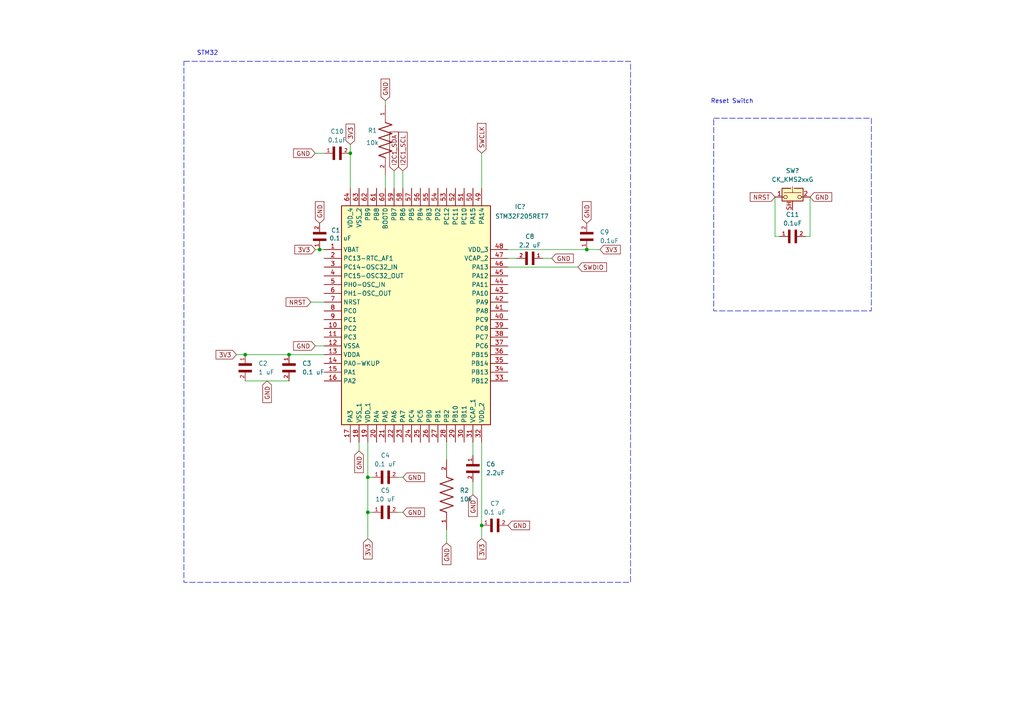
<source format=kicad_sch>
(kicad_sch (version 20250114) (generator "eeschema") (generator_version "9.0")
  (paper "A4")
  (lib_symbols
    (symbol "CL21B104KBCNNNC:CL21B104KBCNNNC" (pin_names (offset 1.016))
      (property "Reference" "C" (at 0 3.8109 0))
      (property "Value" "CL21B104KBCNNNC" (at 0 -5.0885 0))
      (symbol "CL21B104KBCNNNC_0_0"
        (rectangle (start 0 -1.9069) (end 0.635 1.905) (stroke (width 0.1)) (fill (type outline)))
        (rectangle (start 1.9069 -1.9069) (end 2.54 1.905) (stroke (width 0.1)) (fill (type outline)))
        (pin passive line (at -2.54 0 0) (length 2.54) (name "~") (number "1"))
        (pin passive line (at 5.08 0 180) (length 2.54) (name "~") (number "2"))
      )
    )
    (symbol "CL21B106KOQNNNE:CL21B106KOQNNNE" (pin_names (offset 1.016))
      (property "Reference" "C" (at 0 3.8109 0))
      (property "Value" "CL21B106KOQNNNE" (at 0 -5.0885 0))
      (symbol "CL21B106KOQNNNE_0_0"
        (rectangle (start 0 -1.9069) (end 0.635 1.905) (stroke (width 0.1)) (fill (type outline)))
        (rectangle (start 1.9069 -1.9069) (end 2.54 1.905) (stroke (width 0.1)) (fill (type outline)))
        (pin passive line (at -2.54 0 0) (length 2.54) (name "~") (number "1"))
        (pin passive line (at 5.08 0 180) (length 2.54) (name "~") (number "2"))
      )
    )
    (symbol "GRM21BR71A225KA01L:GRM21BR71A225KA01L" (pin_names (offset 1.016))
      (property "Reference" "C" (at 0 3.81 0))
      (property "Value" "GRM21BR71A225KA01L" (at 0 -5.08 0))
      (symbol "GRM21BR71A225KA01L_0_0"
        (rectangle (start 0 -1.905) (end 0.635 1.905) (stroke (width 0.1)) (fill (type outline)))
        (rectangle (start 1.905 -1.905) (end 2.54 1.905) (stroke (width 0.1)) (fill (type outline)))
        (pin passive line (at -2.54 0 0) (length 2.54) (name "~") (number "2"))
        (pin passive line (at 5.08 0 180) (length 2.54) (name "~") (number "1"))
      )
    )
    (symbol "GRM21BR71C105KA01L:GRM21BR71C105KA01L" (pin_names (offset 1.016))
      (property "Reference" "C" (at 0 3.81 0))
      (property "Value" "GRM21BR71C105KA01L" (at 0 -5.08 0))
      (symbol "GRM21BR71C105KA01L_0_0"
        (rectangle (start 0 -1.905) (end 0.635 1.905) (stroke (width 0.1)) (fill (type outline)))
        (rectangle (start 1.905 -1.905) (end 2.54 1.905) (stroke (width 0.1)) (fill (type outline)))
        (pin passive line (at -2.54 0 0) (length 2.54) (name "~") (number "2"))
        (pin passive line (at 5.08 0 180) (length 2.54) (name "~") (number "1"))
      )
    )
    (symbol "STM32F205RET7:STM32F205RET7"
      (property "Reference" "IC" (at 49.53 17.78 0))
      (property "Value" "STM32F205RET7" (at 49.53 15.24 0))
      (symbol "STM32F205RET7_1_1"
        (rectangle (start 5.08 12.7) (end 48.26 -50.8) (stroke (width 0.254)) (fill (type background)))
        (pin passive line (at 0 0 0) (length 5.08) (name "VBAT") (number "1"))
        (pin passive line (at 0 -2.54 0) (length 5.08) (name "PC13-RTC_AF1") (number "2"))
        (pin passive line (at 0 -5.08 0) (length 5.08) (name "PC14-OSC32_IN") (number "3"))
        (pin passive line (at 0 -7.62 0) (length 5.08) (name "PC15-OSC32_OUT") (number "4"))
        (pin passive line (at 0 -10.16 0) (length 5.08) (name "PH0-OSC_IN") (number "5"))
        (pin passive line (at 0 -12.7 0) (length 5.08) (name "PH1-OSC_OUT") (number "6"))
        (pin passive line (at 0 -15.24 0) (length 5.08) (name "NRST") (number "7"))
        (pin passive line (at 0 -17.78 0) (length 5.08) (name "PC0") (number "8"))
        (pin passive line (at 0 -20.32 0) (length 5.08) (name "PC1") (number "9"))
        (pin passive line (at 0 -22.86 0) (length 5.08) (name "PC2") (number "10"))
        (pin passive line (at 0 -25.4 0) (length 5.08) (name "PC3") (number "11"))
        (pin passive line (at 0 -27.94 0) (length 5.08) (name "VSSA") (number "12"))
        (pin passive line (at 0 -30.48 0) (length 5.08) (name "VDDA") (number "13"))
        (pin passive line (at 0 -33.02 0) (length 5.08) (name "PA0-WKUP") (number "14"))
        (pin passive line (at 0 -35.56 0) (length 5.08) (name "PA1") (number "15"))
        (pin passive line (at 0 -38.1 0) (length 5.08) (name "PA2") (number "16"))
        (pin passive line (at 7.62 17.78 270) (length 5.08) (name "VDD_4") (number "64"))
        (pin passive line (at 7.62 -55.88 90) (length 5.08) (name "PA3") (number "17"))
        (pin passive line (at 10.16 17.78 270) (length 5.08) (name "VSS_2") (number "63"))
        (pin passive line (at 10.16 -55.88 90) (length 5.08) (name "VSS_1") (number "18"))
        (pin passive line (at 12.7 17.78 270) (length 5.08) (name "PB9") (number "62"))
        (pin passive line (at 12.7 -55.88 90) (length 5.08) (name "VDD_1") (number "19"))
        (pin passive line (at 15.24 17.78 270) (length 5.08) (name "PB8") (number "61"))
        (pin passive line (at 15.24 -55.88 90) (length 5.08) (name "PA4") (number "20"))
        (pin passive line (at 17.78 17.78 270) (length 5.08) (name "BOOT0") (number "60"))
        (pin passive line (at 17.78 -55.88 90) (length 5.08) (name "PA5") (number "21"))
        (pin passive line (at 20.32 17.78 270) (length 5.08) (name "PB7") (number "59"))
        (pin passive line (at 20.32 -55.88 90) (length 5.08) (name "PA6") (number "22"))
        (pin passive line (at 22.86 17.78 270) (length 5.08) (name "PB6") (number "58"))
        (pin passive line (at 22.86 -55.88 90) (length 5.08) (name "PA7") (number "23"))
        (pin passive line (at 25.4 17.78 270) (length 5.08) (name "PB5") (number "57"))
        (pin passive line (at 25.4 -55.88 90) (length 5.08) (name "PC4") (number "24"))
        (pin passive line (at 27.94 17.78 270) (length 5.08) (name "PB4") (number "56"))
        (pin passive line (at 27.94 -55.88 90) (length 5.08) (name "PC5") (number "25"))
        (pin passive line (at 30.48 17.78 270) (length 5.08) (name "PB3") (number "55"))
        (pin passive line (at 30.48 -55.88 90) (length 5.08) (name "PB0") (number "26"))
        (pin passive line (at 33.02 17.78 270) (length 5.08) (name "PD2") (number "54"))
        (pin passive line (at 33.02 -55.88 90) (length 5.08) (name "PB1") (number "27"))
        (pin passive line (at 35.56 17.78 270) (length 5.08) (name "PC12") (number "53"))
        (pin passive line (at 35.56 -55.88 90) (length 5.08) (name "PB2") (number "28"))
        (pin passive line (at 38.1 17.78 270) (length 5.08) (name "PC11") (number "52"))
        (pin passive line (at 38.1 -55.88 90) (length 5.08) (name "PB10") (number "29"))
        (pin passive line (at 40.64 17.78 270) (length 5.08) (name "PC10") (number "51"))
        (pin passive line (at 40.64 -55.88 90) (length 5.08) (name "PB11") (number "30"))
        (pin passive line (at 43.18 17.78 270) (length 5.08) (name "PA15") (number "50"))
        (pin passive line (at 43.18 -55.88 90) (length 5.08) (name "VCAP_1") (number "31"))
        (pin passive line (at 45.72 17.78 270) (length 5.08) (name "PA14") (number "49"))
        (pin passive line (at 45.72 -55.88 90) (length 5.08) (name "VDD_2") (number "32"))
        (pin passive line (at 53.34 0 180) (length 5.08) (name "VDD_3") (number "48"))
        (pin passive line (at 53.34 -2.54 180) (length 5.08) (name "VCAP_2") (number "47"))
        (pin passive line (at 53.34 -5.08 180) (length 5.08) (name "PA13") (number "46"))
        (pin passive line (at 53.34 -7.62 180) (length 5.08) (name "PA12") (number "45"))
        (pin passive line (at 53.34 -10.16 180) (length 5.08) (name "PA11") (number "44"))
        (pin passive line (at 53.34 -12.7 180) (length 5.08) (name "PA10") (number "43"))
        (pin passive line (at 53.34 -15.24 180) (length 5.08) (name "PA9") (number "42"))
        (pin passive line (at 53.34 -17.78 180) (length 5.08) (name "PA8") (number "41"))
        (pin passive line (at 53.34 -20.32 180) (length 5.08) (name "PC9") (number "40"))
        (pin passive line (at 53.34 -22.86 180) (length 5.08) (name "PC8") (number "39"))
        (pin passive line (at 53.34 -25.4 180) (length 5.08) (name "PC7") (number "38"))
        (pin passive line (at 53.34 -27.94 180) (length 5.08) (name "PC6") (number "37"))
        (pin passive line (at 53.34 -30.48 180) (length 5.08) (name "PB15") (number "36"))
        (pin passive line (at 53.34 -33.02 180) (length 5.08) (name "PB14") (number "35"))
        (pin passive line (at 53.34 -35.56 180) (length 5.08) (name "PB13") (number "34"))
        (pin passive line (at 53.34 -38.1 180) (length 5.08) (name "PB12") (number "33"))
      )
    )
    (symbol "Switch:CK_KMS2xxG" (pin_names (offset 1.016) (hide yes))
      (property "Reference" "SW" (at 4.318 2.032 0))
      (property "Value" "CK_KMS2xxG" (at 0 4.572 0))
      (symbol "CK_KMS2xxG_0_1"
        (circle (center -2.032 0) (radius 0.508))
        (polyline (pts (xy 0 1.27) (xy 0 3.048)))
        (polyline (pts (xy 0.508 2.54) (xy 3.048 2.54) (xy 3.048 -1.143) (xy -3.048 -1.143) (xy -3.048 2.54) (xy -0.508 2.54)) (stroke (width -0.0254)))
        (polyline (pts (xy 0.508 2.54) (xy 3.048 2.54) (xy 3.048 -1.143) (xy -3.048 -1.143) (xy -3.048 2.54) (xy -0.508 2.54)) (stroke (width 0.254)))
        (circle (center 2.032 0) (radius 0.508))
        (polyline (pts (xy 2.54 1.27) (xy -2.54 1.27)))
        (pin passive line (at -5.08 0 0) (length 2.54) (name "1") (number "1"))
        (pin passive line (at 5.08 0 180) (length 2.54) (name "2") (number "2"))
      )
      (symbol "CK_KMS2xxG_1_1"
        (rectangle (start -3.048 2.54) (end 3.048 -1.27) (stroke (width -0.0254)) (fill (type background)))
        (pin passive line (at 0 -3.81 90) (length 2.54) (name "B") (number "SH"))
      )
    )
    (symbol "WK73R2ATTD103J:WK73R2ATTD103J" (pin_names (offset 1.016))
      (property "Reference" "R" (at -7.6244 2.5415 0))
      (property "Value" "WK73R2ATTD103J" (at -7.63 -5.0866 0))
      (symbol "WK73R2ATTD103J_0_0"
        (polyline (pts (xy -5.08 0) (xy -4.445 1.905)) (stroke (width 0.254)))
        (polyline (pts (xy -4.445 1.905) (xy -3.175 -1.905)) (stroke (width 0.254)))
        (polyline (pts (xy -3.175 -1.905) (xy -1.905 1.905)) (stroke (width 0.254)))
        (polyline (pts (xy -1.905 1.905) (xy -0.635 -1.905)) (stroke (width 0.254)))
        (polyline (pts (xy -0.635 -1.905) (xy 0.635 1.905)) (stroke (width 0.254)))
        (polyline (pts (xy 0.635 1.905) (xy 1.905 -1.905)) (stroke (width 0.254)))
        (polyline (pts (xy 1.905 -1.905) (xy 3.175 1.905)) (stroke (width 0.254)))
        (polyline (pts (xy 3.175 1.905) (xy 4.445 -1.905)) (stroke (width 0.254)))
        (polyline (pts (xy 4.445 -1.905) (xy 5.08 0)) (stroke (width 0.254)))
        (pin passive line (at -10.16 0 0) (length 5.08) (name "~") (number "1"))
        (pin passive line (at 10.16 0 180) (length 5.08) (name "~") (number "2"))
      )
    )
  )
  (rectangle (start 207.01 34.29) (end 252.73 90.17) (stroke (width 0) (type dash)))
  (rectangle (start 53.34 17.78) (end 182.88 168.91) (stroke (width 0) (type dash)))
  (text "STM32\n" (at 60.198 15.494 0) (effects (font (size 1.27 1.27))))
  (text "Reset Switch\n" (at 212.344 29.464 0) (effects (font (size 1.27 1.27))))
  (junction (at 170.18 72.39))
  (junction (at 71.12 102.87))
  (junction (at 92.71 72.39))
  (junction (at 83.82 102.87))
  (junction (at 101.6 44.45))
  (junction (at 139.7 152.4))
  (junction (at 106.68 138.43))
  (junction (at 106.68 148.59))
  (wire (pts (xy 91.44 72.39) (xy 92.71 72.39)))
  (wire (pts (xy 233.68 68.58) (xy 234.95 68.58)))
  (wire (pts (xy 111.76 50.8) (xy 111.76 54.61)))
  (wire (pts (xy 147.32 74.93) (xy 149.86 74.93)))
  (wire (pts (xy 114.3 49.53) (xy 114.3 54.61)))
  (wire (pts (xy 116.84 49.53) (xy 116.84 54.61)))
  (wire (pts (xy 137.16 128.27) (xy 137.16 132.08)))
  (wire (pts (xy 104.14 128.27) (xy 104.14 130.81)))
  (wire (pts (xy 139.7 44.45) (xy 139.7 54.61)))
  (wire (pts (xy 116.84 148.59) (xy 115.57 148.59)))
  (wire (pts (xy 101.6 41.91) (xy 101.6 44.45)))
  (wire (pts (xy 106.68 148.59) (xy 106.68 156.21)))
  (wire (pts (xy 224.79 57.15) (xy 224.79 68.58)))
  (wire (pts (xy 92.71 72.39) (xy 93.98 72.39)))
  (wire (pts (xy 129.54 128.27) (xy 129.54 133.35)))
  (wire (pts (xy 129.54 153.67) (xy 129.54 157.48)))
  (wire (pts (xy 101.6 44.45) (xy 101.6 54.61)))
  (wire (pts (xy 234.95 57.15) (xy 234.95 68.58)))
  (wire (pts (xy 71.12 102.87) (xy 83.82 102.87)))
  (wire (pts (xy 106.68 128.27) (xy 106.68 138.43)))
  (wire (pts (xy 91.44 44.45) (xy 93.98 44.45)))
  (wire (pts (xy 224.79 68.58) (xy 226.06 68.58)))
  (wire (pts (xy 107.95 138.43) (xy 106.68 138.43)))
  (wire (pts (xy 83.82 102.87) (xy 93.98 102.87)))
  (wire (pts (xy 147.32 77.47) (xy 167.64 77.47)))
  (wire (pts (xy 107.95 148.59) (xy 106.68 148.59)))
  (wire (pts (xy 139.7 152.4) (xy 139.7 156.21)))
  (wire (pts (xy 147.32 72.39) (xy 170.18 72.39)))
  (wire (pts (xy 170.18 72.39) (xy 173.99 72.39)))
  (wire (pts (xy 116.84 138.43) (xy 115.57 138.43)))
  (wire (pts (xy 139.7 128.27) (xy 139.7 152.4)))
  (wire (pts (xy 137.16 139.7) (xy 137.16 143.51)))
  (wire (pts (xy 68.58 102.87) (xy 71.12 102.87)))
  (wire (pts (xy 111.76 29.21) (xy 111.76 30.48)))
  (wire (pts (xy 90.17 87.63) (xy 93.98 87.63)))
  (wire (pts (xy 157.48 74.93) (xy 160.02 74.93)))
  (wire (pts (xy 106.68 138.43) (xy 106.68 148.59)))
  (wire (pts (xy 91.44 100.33) (xy 93.98 100.33)))
  (wire (pts (xy 71.12 110.49) (xy 83.82 110.49)))
  (global_label "3V3" (shape input) (at 91.44 72.39 180) (property "Intersheetrefs" "${INTERSHEET_REFS}" (effects (hide yes))))
  (global_label "GND" (shape input) (at 147.32 152.4 0) (property "Intersheetrefs" "${INTERSHEET_REFS}" (effects (hide yes))))
  (global_label "GND" (shape input) (at 91.44 44.45 180) (property "Intersheetrefs" "${INTERSHEET_REFS}" (effects (hide yes))))
  (global_label "NRST" (shape input) (at 224.79 57.15 180) (property "Intersheetrefs" "${INTERSHEET_REFS}" (effects (hide yes))))
  (global_label "GND" (shape input) (at 77.47 110.49 270) (property "Intersheetrefs" "${INTERSHEET_REFS}" (effects (hide yes))))
  (global_label "3V3" (shape input) (at 173.99 72.39 0) (property "Intersheetrefs" "${INTERSHEET_REFS}" (effects (hide yes))))
  (global_label "SWCLK" (shape input) (at 139.7 44.45 90) (property "Intersheetrefs" "${INTERSHEET_REFS}" (effects (hide yes))))
  (global_label "GND" (shape input) (at 234.95 57.15 0) (property "Intersheetrefs" "${INTERSHEET_REFS}" (effects (hide yes))))
  (global_label "GND" (shape input) (at 129.54 157.48 270) (property "Intersheetrefs" "${INTERSHEET_REFS}" (effects (hide yes))))
  (global_label "I2C1_SDA" (shape input) (at 114.3 49.53 90) (property "Intersheetrefs" "${INTERSHEET_REFS}" (effects (hide yes))))
  (global_label "GND" (shape input) (at 92.71 64.77 90) (property "Intersheetrefs" "${INTERSHEET_REFS}" (effects (hide yes))))
  (global_label "3V3" (shape input) (at 68.58 102.87 180) (property "Intersheetrefs" "${INTERSHEET_REFS}" (effects (hide yes))))
  (global_label "GND" (shape input) (at 170.18 64.77 90) (property "Intersheetrefs" "${INTERSHEET_REFS}" (effects (hide yes))))
  (global_label "GND" (shape input) (at 104.14 130.81 270) (property "Intersheetrefs" "${INTERSHEET_REFS}" (effects (hide yes))))
  (global_label "GND" (shape input) (at 111.76 29.21 90) (property "Intersheetrefs" "${INTERSHEET_REFS}" (effects (hide yes))))
  (global_label "SWDIO" (shape input) (at 167.64 77.47 0) (property "Intersheetrefs" "${INTERSHEET_REFS}" (effects (hide yes))))
  (global_label "3V3" (shape input) (at 101.6 41.91 90) (property "Intersheetrefs" "${INTERSHEET_REFS}" (effects (hide yes))))
  (global_label "3V3" (shape input) (at 139.7 156.21 270) (property "Intersheetrefs" "${INTERSHEET_REFS}" (effects (hide yes))))
  (global_label "NRST" (shape input) (at 90.17 87.63 180) (property "Intersheetrefs" "${INTERSHEET_REFS}" (effects (hide yes))))
  (global_label "GND" (shape input) (at 160.02 74.93 0) (property "Intersheetrefs" "${INTERSHEET_REFS}" (effects (hide yes))))
  (global_label "I2C1_SCL" (shape input) (at 116.84 49.53 90) (property "Intersheetrefs" "${INTERSHEET_REFS}" (effects (hide yes))))
  (global_label "GND" (shape input) (at 137.16 143.51 270) (property "Intersheetrefs" "${INTERSHEET_REFS}" (effects (hide yes))))
  (global_label "GND" (shape input) (at 91.44 100.33 180) (property "Intersheetrefs" "${INTERSHEET_REFS}" (effects (hide yes))))
  (global_label "GND" (shape input) (at 116.84 148.59 0) (property "Intersheetrefs" "${INTERSHEET_REFS}" (effects (hide yes))))
  (global_label "GND" (shape input) (at 116.84 138.43 0) (property "Intersheetrefs" "${INTERSHEET_REFS}" (effects (hide yes))))
  (global_label "3V3" (shape input) (at 106.68 156.21 270) (property "Intersheetrefs" "${INTERSHEET_REFS}" (effects (hide yes))))
  (symbol (lib_id "GRM21BR71C105KA01L:GRM21BR71C105KA01L") (at 71.12 107.95 90) (unit 1)
    (property "Reference" "C2" (at 74.93 105.4099 90) (effects (justify right)))
    (property "Value" "1 uF" (at 74.93 107.9499 90) (effects (justify right)))
    (property "Footprint" "GRM21BR71C105KA01L:CAPC2012X135N" (effects (hide yes)))
  )
  (symbol (lib_id "CL21B104KBCNNNC:CL21B104KBCNNNC") (at 110.49 138.43 0) (unit 1)
    (property "Reference" "C4" (at 111.76 132.08 0))
    (property "Value" "0.1 uF" (at 111.76 134.62 0))
    (property "Footprint" "CL21B104KBCNNNC:CAPC2012X95N" (effects (hide yes)))
    (property "E_max" "1.35" (effects (hide yes)))
    (property "L_max" "0.7" (effects (hide yes)))
    (property "A_max" "0.95" (effects (hide yes)))
    (property "L1_nom" "0.5" (effects (hide yes)))
    (property "D_max" "2.1" (effects (hide yes)))
    (property "A_nom" "0.95" (effects (hide yes)))
    (property "L1_max" "0.7" (effects (hide yes)))
    (property "L1_min" "0.2" (effects (hide yes)))
    (property "A_min" "0.95" (effects (hide yes)))
    (property "E_min" "1.15" (effects (hide yes)))
    (property "D_min" "1.9" (effects (hide yes)))
    (property "D_nom" "2.0" (effects (hide yes)))
    (property "E_nom" "1.25" (effects (hide yes)))
    (property "STANDARD" "IPC 7351B" (effects (hide yes)))
    (property "L_min" "0.2" (effects (hide yes)))
    (property "L_nom" "0.5" (effects (hide yes)))
    (property "MANUFACTURER" "Samsung" (effects (hide yes)))
  )
  (symbol (lib_id "WK73R2ATTD103J:WK73R2ATTD103J") (at 111.76 40.64 270) (unit 1)
    (property "Reference" "R1" (at 106.68 37.846 90) (effects (justify left)))
    (property "Value" "10k" (at 106.172 41.402 90) (effects (justify left)))
    (property "Footprint" "WK73R2ATTD103J:RESC1220X65N" (effects (hide yes)))
  )
  (symbol (lib_id "WK73R2ATTD103J:WK73R2ATTD103J") (at 129.54 143.51 90) (unit 1)
    (property "Reference" "R2" (at 133.35 142.2399 90) (effects (justify right)))
    (property "Value" "10k" (at 133.35 144.7799 90) (effects (justify right)))
    (property "Footprint" "WK73R2ATTD103J:RESC1220X65N" (effects (hide yes)))
  )
  (symbol (lib_id "STM32F205RET7:STM32F205RET7") (at 93.98 72.39 0) (unit 1)
    (property "Reference" "IC?" (at 150.876 59.944 0))
    (property "Value" "STM32F205RET7" (at 151.384 62.738 0))
    (property "Footprint" "QFP50P1200X1200X160-64N" (effects (hide yes)))
    (property "Datasheet" "https://www.st.com/resource/en/datasheet/stm32f205rb.pdf" (effects (hide yes)))
    (property "Description" "Arm-based 32-bit MCU, 150 DMIPs, up to 1 MB Flash/128+4KB RAM, USB OTG HS/FS, Ethernet, 17 TIMs, 3 ADCs, 15 comm. interfaces and camera" (effects (hide yes)))
    (property "Height" "1.6" (effects (hide yes)))
    (property "Manufacturer_Name" "STMicroelectronics" (effects (hide yes)))
    (property "Manufacturer_Part_Number" "STM32F205RET7" (effects (hide yes)))
    (property "Mouser Part Number" "511-STM32F205RET7" (effects (hide yes)))
    (property "Mouser Price/Stock" "https://www.mouser.co.uk/ProductDetail/STMicroelectronics/STM32F205RET7?qs=9MuLHSklicq2XOTH3q7SRg%3D%3D" (effects (hide yes)))
    (property "Arrow Part Number" "STM32F205RET7" (effects (hide yes)))
    (property "Arrow Price/Stock" "https://www.arrow.com/en/products/stm32f205ret7/stmicroelectronics?utm_currency=USD&region=nac" (effects (hide yes)))
  )
  (symbol (lib_id "Switch:CK_KMS2xxG") (at 229.87 57.15 0) (unit 1)
    (property "Reference" "SW?" (at 229.87 49.53 0))
    (property "Value" "CK_KMS2xxG" (at 229.87 52.07 0))
    (property "Footprint" "Button_Switch_SMD:SW_SPST_CK_KMS2xxGP" (effects (hide yes)))
    (property "Datasheet" "https://www.ckswitches.com/media/1482/kms.pdf" (effects (hide yes)))
    (property "Description" "Microminiature SMT Side Actuated, 4.2 x 2.8 x 1.42mm, without pegs, with shield pin" (effects (hide yes)))
  )
  (symbol (lib_id "CL21B104KBCNNNC:CL21B104KBCNNNC") (at 96.52 44.45 0) (unit 1)
    (property "Reference" "C10" (at 97.79 38.1 0))
    (property "Value" "0.1uF" (at 97.79 40.64 0))
    (property "Footprint" "CL21B104KBCNNNC:CAPC2012X95N" (effects (hide yes)))
    (property "E_max" "1.35" (effects (hide yes)))
    (property "L_max" "0.7" (effects (hide yes)))
    (property "A_max" "0.95" (effects (hide yes)))
    (property "L1_nom" "0.5" (effects (hide yes)))
    (property "D_max" "2.1" (effects (hide yes)))
    (property "A_nom" "0.95" (effects (hide yes)))
    (property "L1_max" "0.7" (effects (hide yes)))
    (property "L1_min" "0.2" (effects (hide yes)))
    (property "A_min" "0.95" (effects (hide yes)))
    (property "E_min" "1.15" (effects (hide yes)))
    (property "D_min" "1.9" (effects (hide yes)))
    (property "D_nom" "2.0" (effects (hide yes)))
    (property "E_nom" "1.25" (effects (hide yes)))
    (property "STANDARD" "IPC 7351B" (effects (hide yes)))
    (property "L_min" "0.2" (effects (hide yes)))
    (property "L_nom" "0.5" (effects (hide yes)))
    (property "MANUFACTURER" "Samsung" (effects (hide yes)))
  )
  (symbol (lib_id "CL21B104KBCNNNC:CL21B104KBCNNNC") (at 170.18 69.85 90) (unit 1)
    (property "Reference" "C9" (at 173.99 67.3099 90) (effects (justify right)))
    (property "Value" "0.1uF" (at 173.99 69.8499 90) (effects (justify right)))
    (property "Footprint" "CL21B104KBCNNNC:CAPC2012X95N" (effects (hide yes)))
    (property "E_max" "1.35" (effects (hide yes)))
    (property "L_max" "0.7" (effects (hide yes)))
    (property "A_max" "0.95" (effects (hide yes)))
    (property "L1_nom" "0.5" (effects (hide yes)))
    (property "D_max" "2.1" (effects (hide yes)))
    (property "A_nom" "0.95" (effects (hide yes)))
    (property "L1_max" "0.7" (effects (hide yes)))
    (property "L1_min" "0.2" (effects (hide yes)))
    (property "A_min" "0.95" (effects (hide yes)))
    (property "E_min" "1.15" (effects (hide yes)))
    (property "D_min" "1.9" (effects (hide yes)))
    (property "D_nom" "2.0" (effects (hide yes)))
    (property "E_nom" "1.25" (effects (hide yes)))
    (property "STANDARD" "IPC 7351B" (effects (hide yes)))
    (property "L_min" "0.2" (effects (hide yes)))
    (property "L_nom" "0.5" (effects (hide yes)))
    (property "MANUFACTURER" "Samsung" (effects (hide yes)))
  )
  (symbol (lib_id "CL21B106KOQNNNE:CL21B106KOQNNNE") (at 110.49 148.59 0) (unit 1)
    (property "Reference" "C5" (at 111.76 142.24 0))
    (property "Value" "10 uF" (at 111.76 144.78 0))
    (property "Footprint" "CL21B106KOQNNNE:CAPC2012X140N" (effects (hide yes)))
    (property "E_max" "1.4" (effects (hide yes)))
    (property "L_max" "0.7" (effects (hide yes)))
    (property "A_max" "1.4" (effects (hide yes)))
    (property "L1_nom" "0.5" (effects (hide yes)))
    (property "D_max" "2.15" (effects (hide yes)))
    (property "A_nom" "1.4" (effects (hide yes)))
    (property "L1_max" "0.7" (effects (hide yes)))
    (property "L1_min" "0.2" (effects (hide yes)))
    (property "A_min" "1.4" (effects (hide yes)))
    (property "E_min" "1.1" (effects (hide yes)))
    (property "D_min" "1.85" (effects (hide yes)))
    (property "D_nom" "2.0" (effects (hide yes)))
    (property "E_nom" "1.25" (effects (hide yes)))
    (property "STANDARD" "IPC 7351B" (effects (hide yes)))
    (property "L_min" "0.2" (effects (hide yes)))
    (property "L_nom" "0.5" (effects (hide yes)))
    (property "MANUFACTURER" "Samsung Electro-Mechanics" (effects (hide yes)))
  )
  (symbol (lib_id "CL21B104KBCNNNC:CL21B104KBCNNNC") (at 83.82 105.41 270) (unit 1)
    (property "Reference" "C3" (at 87.63 105.4099 90) (effects (justify left)))
    (property "Value" "0.1 uF" (at 87.63 107.9499 90) (effects (justify left)))
    (property "Footprint" "CL21B104KBCNNNC:CAPC2012X95N" (effects (hide yes)))
    (property "E_max" "1.35" (effects (hide yes)))
    (property "L_max" "0.7" (effects (hide yes)))
    (property "A_max" "0.95" (effects (hide yes)))
    (property "L1_nom" "0.5" (effects (hide yes)))
    (property "D_max" "2.1" (effects (hide yes)))
    (property "A_nom" "0.95" (effects (hide yes)))
    (property "L1_max" "0.7" (effects (hide yes)))
    (property "L1_min" "0.2" (effects (hide yes)))
    (property "A_min" "0.95" (effects (hide yes)))
    (property "E_min" "1.15" (effects (hide yes)))
    (property "D_min" "1.9" (effects (hide yes)))
    (property "D_nom" "2.0" (effects (hide yes)))
    (property "E_nom" "1.25" (effects (hide yes)))
    (property "STANDARD" "IPC 7351B" (effects (hide yes)))
    (property "L_min" "0.2" (effects (hide yes)))
    (property "L_nom" "0.5" (effects (hide yes)))
    (property "MANUFACTURER" "Samsung" (effects (hide yes)))
  )
  (symbol (lib_id "GRM21BR71A225KA01L:GRM21BR71A225KA01L") (at 152.4 74.93 0) (unit 1)
    (property "Reference" "C8" (at 153.67 68.58 0))
    (property "Value" "2.2 uF" (at 153.67 71.12 0))
    (property "Footprint" "GRM21BR71A225KA01L:CAPC2012X135N" (effects (hide yes)))
  )
  (symbol (lib_id "GRM21BR71A225KA01L:GRM21BR71A225KA01L") (at 137.16 137.16 90) (unit 1)
    (property "Reference" "C6" (at 140.97 134.6199 90) (effects (justify right)))
    (property "Value" "2.2uF" (at 140.97 137.1599 90) (effects (justify right)))
    (property "Footprint" "GRM21BR71A225KA01L:CAPC2012X135N" (effects (hide yes)))
  )
  (symbol (lib_id "CL21B104KBCNNNC:CL21B104KBCNNNC") (at 142.24 152.4 0) (unit 1)
    (property "Reference" "C7" (at 143.51 146.05 0))
    (property "Value" "0.1 uF" (at 143.51 148.59 0))
    (property "Footprint" "CL21B104KBCNNNC:CAPC2012X95N" (effects (hide yes)))
    (property "E_max" "1.35" (effects (hide yes)))
    (property "L_max" "0.7" (effects (hide yes)))
    (property "A_max" "0.95" (effects (hide yes)))
    (property "L1_nom" "0.5" (effects (hide yes)))
    (property "D_max" "2.1" (effects (hide yes)))
    (property "A_nom" "0.95" (effects (hide yes)))
    (property "L1_max" "0.7" (effects (hide yes)))
    (property "L1_min" "0.2" (effects (hide yes)))
    (property "A_min" "0.95" (effects (hide yes)))
    (property "E_min" "1.15" (effects (hide yes)))
    (property "D_min" "1.9" (effects (hide yes)))
    (property "D_nom" "2.0" (effects (hide yes)))
    (property "E_nom" "1.25" (effects (hide yes)))
    (property "STANDARD" "IPC 7351B" (effects (hide yes)))
    (property "L_min" "0.2" (effects (hide yes)))
    (property "L_nom" "0.5" (effects (hide yes)))
    (property "MANUFACTURER" "Samsung" (effects (hide yes)))
  )
  (symbol (lib_id "CL21B104KBCNNNC:CL21B104KBCNNNC") (at 228.6 68.58 0) (unit 1)
    (property "Reference" "C11" (at 229.87 62.23 0))
    (property "Value" "0.1uF" (at 229.87 64.77 0))
    (property "Footprint" "CL21B104KBCNNNC:CAPC2012X95N" (effects (hide yes)))
    (property "E_max" "1.35" (effects (hide yes)))
    (property "L_max" "0.7" (effects (hide yes)))
    (property "A_max" "0.95" (effects (hide yes)))
    (property "L1_nom" "0.5" (effects (hide yes)))
    (property "D_max" "2.1" (effects (hide yes)))
    (property "A_nom" "0.95" (effects (hide yes)))
    (property "L1_max" "0.7" (effects (hide yes)))
    (property "L1_min" "0.2" (effects (hide yes)))
    (property "A_min" "0.95" (effects (hide yes)))
    (property "E_min" "1.15" (effects (hide yes)))
    (property "D_min" "1.9" (effects (hide yes)))
    (property "D_nom" "2.0" (effects (hide yes)))
    (property "E_nom" "1.25" (effects (hide yes)))
    (property "STANDARD" "IPC 7351B" (effects (hide yes)))
    (property "L_min" "0.2" (effects (hide yes)))
    (property "L_nom" "0.5" (effects (hide yes)))
    (property "MANUFACTURER" "Samsung" (effects (hide yes)))
  )
  (symbol (lib_id "CL21B104KBCNNNC:CL21B104KBCNNNC") (at 92.71 69.85 90) (unit 1)
    (property "Reference" "C1" (at 96.012 66.802 90) (effects (justify right)))
    (property "Value" "0.1 uF" (at 95.504 69.088 90) (effects (justify right)))
    (property "Footprint" "CL21B104KBCNNNC:CAPC2012X95N" (effects (hide yes)))
    (property "E_max" "1.35" (effects (hide yes)))
    (property "L_max" "0.7" (effects (hide yes)))
    (property "A_max" "0.95" (effects (hide yes)))
    (property "L1_nom" "0.5" (effects (hide yes)))
    (property "D_max" "2.1" (effects (hide yes)))
    (property "A_nom" "0.95" (effects (hide yes)))
    (property "L1_max" "0.7" (effects (hide yes)))
    (property "L1_min" "0.2" (effects (hide yes)))
    (property "A_min" "0.95" (effects (hide yes)))
    (property "E_min" "1.15" (effects (hide yes)))
    (property "D_min" "1.9" (effects (hide yes)))
    (property "D_nom" "2.0" (effects (hide yes)))
    (property "E_nom" "1.25" (effects (hide yes)))
    (property "STANDARD" "IPC 7351B" (effects (hide yes)))
    (property "L_min" "0.2" (effects (hide yes)))
    (property "L_nom" "0.5" (effects (hide yes)))
    (property "MANUFACTURER" "Samsung" (effects (hide yes)))
  )
)
</source>
